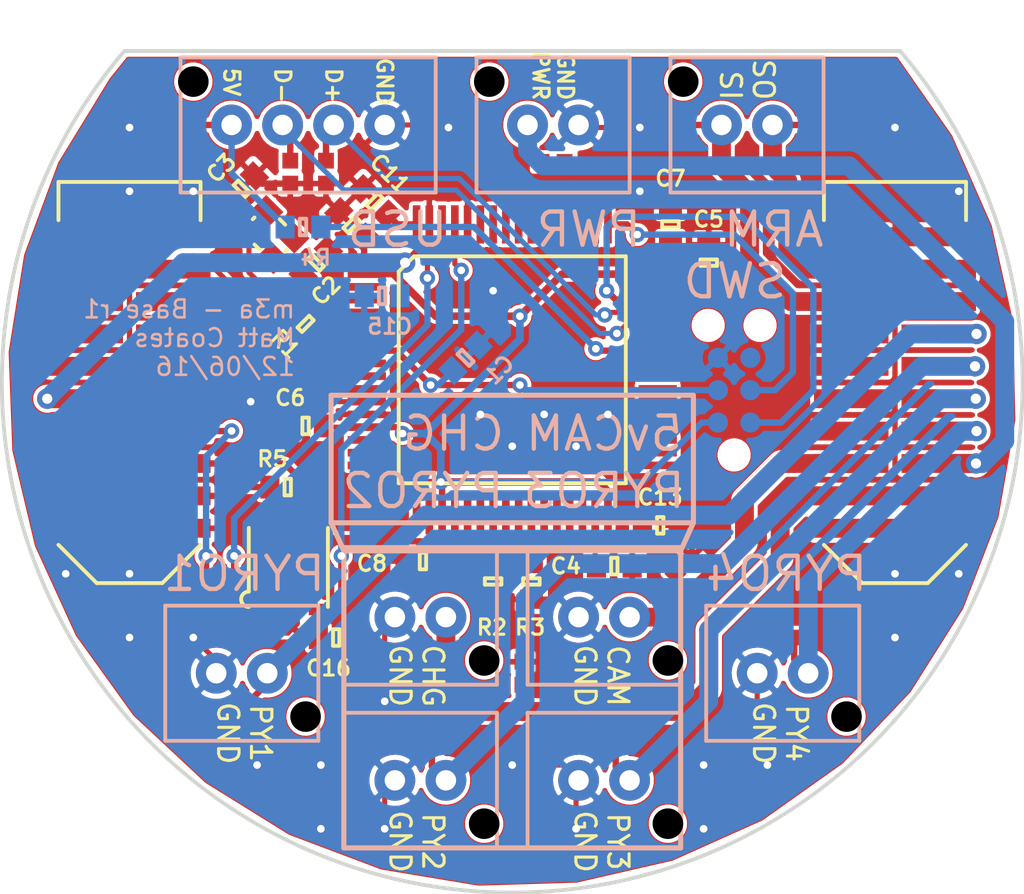
<source format=kicad_pcb>
(kicad_pcb (version 4) (host pcbnew 4.0.2+e4-6225~38~ubuntu14.04.1-stable)
  (layers (0 F.Cu signal) (31 B.Cu signal) (34 B.Paste user hide) (35 F.Paste user hide) (36 B.SilkS user) (37 F.SilkS user) (38 B.Mask user hide) (39 F.Mask user hide) (44 Edge.Cuts user))
  (net 0 "")
  (net 1 GND)
  (net 2 /~RST)
  (net 3 "Net-(C2-Pad2)")
  (net 4 "Net-(C3-Pad2)")
  (net 5 "Net-(C4-Pad2)")
  (net 6 "Net-(C5-Pad2)")
  (net 7 3v3)
  (net 8 "Net-(IC1-Pad2)")
  (net 9 "Net-(IC1-Pad3)")
  (net 10 "Net-(IC1-Pad4)")
  (net 11 "Net-(IC1-Pad6)")
  (net 12 /JTMS)
  (net 13 /JTCK)
  (net 14 /JTDO)
  (net 15 "Net-(IC1-Pad14)")
  (net 16 "Net-(IC1-Pad15)")
  (net 17 "Net-(IC1-Pad16)")
  (net 18 "Net-(IC1-Pad17)")
  (net 19 "Net-(IC1-Pad20)")
  (net 20 "Net-(IC1-Pad21)")
  (net 21 "Net-(IC1-Pad22)")
  (net 22 "Net-(IC1-Pad23)")
  (net 23 "Net-(IC1-Pad24)")
  (net 24 "Net-(IC1-Pad25)")
  (net 25 "Net-(IC1-Pad26)")
  (net 26 "Net-(IC1-Pad27)")
  (net 27 "Net-(IC1-Pad28)")
  (net 28 "Net-(IC1-Pad29)")
  (net 29 "Net-(IC1-Pad30)")
  (net 30 "Net-(IC1-Pad33)")
  (net 31 "Net-(IC1-Pad34)")
  (net 32 "Net-(IC1-Pad35)")
  (net 33 "Net-(IC1-Pad36)")
  (net 34 "Net-(IC1-Pad37)")
  (net 35 "Net-(IC1-Pad38)")
  (net 36 "Net-(IC1-Pad39)")
  (net 37 "Net-(IC1-Pad40)")
  (net 38 "Net-(IC1-Pad41)")
  (net 39 /OTG_HS_VBUS)
  (net 40 "Net-(IC1-Pad43)")
  (net 41 /OTG_HS_DM)
  (net 42 /OTG_HS_DP)
  (net 43 /SWDIO)
  (net 44 /SWCLK)
  (net 45 "Net-(IC1-Pad50)")
  (net 46 "Net-(IC1-Pad51)")
  (net 47 "Net-(IC1-Pad52)")
  (net 48 "Net-(IC1-Pad53)")
  (net 49 "Net-(IC1-Pad54)")
  (net 50 "Net-(IC1-Pad55)")
  (net 51 "Net-(IC1-Pad56)")
  (net 52 "Net-(IC1-Pad57)")
  (net 53 "Net-(IC1-Pad58)")
  (net 54 "Net-(IC1-Pad59)")
  (net 55 /CAN_RXD)
  (net 56 /CAN_TXD)
  (net 57 /CAN-)
  (net 58 /CAN+)
  (net 59 /3v3_IMU)
  (net 60 /3v3_RADIO)
  (net 61 /3v3_FC)
  (net 62 /3v3_PYRO)
  (net 63 /JTDR)
  (net 64 /RSVD1)
  (net 65 /3v3_AUX1)
  (net 66 /3v3_AUX2)
  (net 67 /RSVD2)
  (net 68 /PYRO_SO)
  (net 69 /PYRO_SI)
  (net 70 /5v_RADIO)
  (net 71 /PYRO1)
  (net 72 /5v_IMU)
  (net 73 /PYRO2)
  (net 74 /5v_AUX1)
  (net 75 /PYRO3)
  (net 76 /5v_AUX2)
  (net 77 /PYRO4)
  (net 78 /5v_CAM)
  (net 79 /PWR)
  (net 80 /CHARGE)
  (net 81 "Net-(P1-Pad6)")
  (net 82 /5v_CAN)
  (net 83 "Net-(D7-Pad1)")
  (module agg:B04B-PASK (layer B.Cu) (at 92 89.9 180)
    (fp_text reference J13)
    (fp_text value USB)
    (pad "" np_thru_hole circle (at 4.5 1.7 180) (size 1.2 1.2) (drill 1.2) (layers *.Mask))
    (pad 1 thru_hole circle (at 3 0 180) (size 1.6 1.6) (drill 0.8) (layers *.Cu *.Mask) (net 83 "Net-(D7-Pad1)"))
    (pad 2 thru_hole circle (at 1 0 180) (size 1.6 1.6) (drill 0.8) (layers *.Cu *.Mask) (net 41 /OTG_HS_DM))
    (pad 3 thru_hole circle (at -1 0 180) (size 1.6 1.6) (drill 0.8) (layers *.Cu *.Mask) (net 42 /OTG_HS_DP))
    (pad 4 thru_hole circle (at -3 0 180) (size 1.6 1.6) (drill 0.8) (layers *.Cu *.Mask) (net 1 GND))
  )
  (module agg:LQFP-64 (layer F.Cu) (at 100 99.5)
    (fp_text reference IC1)
    (fp_text value STM32F405RxTx)
    (pad 1 smd rect (at -5.7 -3.75) (size 1.5 0.3) (layers F.Cu F.Paste F.Mask) (net 7 3v3))
    (pad 2 smd rect (at -5.7 -3.25) (size 1.5 0.3) (layers F.Cu F.Paste F.Mask) (net 8 "Net-(IC1-Pad2)"))
    (pad 3 smd rect (at -5.7 -2.75) (size 1.5 0.3) (layers F.Cu F.Paste F.Mask) (net 9 "Net-(IC1-Pad3)"))
    (pad 4 smd rect (at -5.7 -2.25) (size 1.5 0.3) (layers F.Cu F.Paste F.Mask) (net 10 "Net-(IC1-Pad4)"))
    (pad 5 smd rect (at -5.7 -1.75) (size 1.5 0.3) (layers F.Cu F.Paste F.Mask) (net 3 "Net-(C2-Pad2)"))
    (pad 6 smd rect (at -5.7 -1.25) (size 1.5 0.3) (layers F.Cu F.Paste F.Mask) (net 11 "Net-(IC1-Pad6)"))
    (pad 7 smd rect (at -5.7 -0.75) (size 1.5 0.3) (layers F.Cu F.Paste F.Mask) (net 2 /~RST))
    (pad 8 smd rect (at -5.7 -0.25) (size 1.5 0.3) (layers F.Cu F.Paste F.Mask) (net 12 /JTMS))
    (pad 9 smd rect (at -5.7 0.25) (size 1.5 0.3) (layers F.Cu F.Paste F.Mask) (net 13 /JTCK))
    (pad 10 smd rect (at -5.7 0.75) (size 1.5 0.3) (layers F.Cu F.Paste F.Mask) (net 14 /JTDO))
    (pad 11 smd rect (at -5.7 1.25) (size 1.5 0.3) (layers F.Cu F.Paste F.Mask) (net 63 /JTDR))
    (pad 12 smd rect (at -5.7 1.75) (size 1.5 0.3) (layers F.Cu F.Paste F.Mask) (net 1 GND))
    (pad 13 smd rect (at -5.7 2.25) (size 1.5 0.3) (layers F.Cu F.Paste F.Mask) (net 7 3v3))
    (pad 14 smd rect (at -5.7 2.75) (size 1.5 0.3) (layers F.Cu F.Paste F.Mask) (net 15 "Net-(IC1-Pad14)"))
    (pad 15 smd rect (at -5.7 3.25) (size 1.5 0.3) (layers F.Cu F.Paste F.Mask) (net 16 "Net-(IC1-Pad15)"))
    (pad 16 smd rect (at -5.7 3.75) (size 1.5 0.3) (layers F.Cu F.Paste F.Mask) (net 17 "Net-(IC1-Pad16)"))
    (pad 17 smd rect (at -3.75 5.7) (size 0.3 1.5) (layers F.Cu F.Paste F.Mask) (net 18 "Net-(IC1-Pad17)"))
    (pad 18 smd rect (at -3.25 5.7) (size 0.3 1.5) (layers F.Cu F.Paste F.Mask) (net 1 GND))
    (pad 19 smd rect (at -2.75 5.7) (size 0.3 1.5) (layers F.Cu F.Paste F.Mask) (net 7 3v3))
    (pad 20 smd rect (at -2.25 5.7) (size 0.3 1.5) (layers F.Cu F.Paste F.Mask) (net 19 "Net-(IC1-Pad20)"))
    (pad 21 smd rect (at -1.75 5.7) (size 0.3 1.5) (layers F.Cu F.Paste F.Mask) (net 20 "Net-(IC1-Pad21)"))
    (pad 22 smd rect (at -1.25 5.7) (size 0.3 1.5) (layers F.Cu F.Paste F.Mask) (net 21 "Net-(IC1-Pad22)"))
    (pad 23 smd rect (at -0.75 5.7) (size 0.3 1.5) (layers F.Cu F.Paste F.Mask) (net 22 "Net-(IC1-Pad23)"))
    (pad 24 smd rect (at -0.25 5.7) (size 0.3 1.5) (layers F.Cu F.Paste F.Mask) (net 23 "Net-(IC1-Pad24)"))
    (pad 25 smd rect (at 0.25 5.7) (size 0.3 1.5) (layers F.Cu F.Paste F.Mask) (net 24 "Net-(IC1-Pad25)"))
    (pad 26 smd rect (at 0.75 5.7) (size 0.3 1.5) (layers F.Cu F.Paste F.Mask) (net 25 "Net-(IC1-Pad26)"))
    (pad 27 smd rect (at 1.25 5.7) (size 0.3 1.5) (layers F.Cu F.Paste F.Mask) (net 26 "Net-(IC1-Pad27)"))
    (pad 28 smd rect (at 1.75 5.7) (size 0.3 1.5) (layers F.Cu F.Paste F.Mask) (net 27 "Net-(IC1-Pad28)"))
    (pad 29 smd rect (at 2.25 5.7) (size 0.3 1.5) (layers F.Cu F.Paste F.Mask) (net 28 "Net-(IC1-Pad29)"))
    (pad 30 smd rect (at 2.75 5.7) (size 0.3 1.5) (layers F.Cu F.Paste F.Mask) (net 29 "Net-(IC1-Pad30)"))
    (pad 31 smd rect (at 3.25 5.7) (size 0.3 1.5) (layers F.Cu F.Paste F.Mask) (net 5 "Net-(C4-Pad2)"))
    (pad 32 smd rect (at 3.75 5.7) (size 0.3 1.5) (layers F.Cu F.Paste F.Mask) (net 7 3v3))
    (pad 33 smd rect (at 5.7 3.75) (size 1.5 0.3) (layers F.Cu F.Paste F.Mask) (net 30 "Net-(IC1-Pad33)"))
    (pad 34 smd rect (at 5.7 3.25) (size 1.5 0.3) (layers F.Cu F.Paste F.Mask) (net 31 "Net-(IC1-Pad34)"))
    (pad 35 smd rect (at 5.7 2.75) (size 1.5 0.3) (layers F.Cu F.Paste F.Mask) (net 32 "Net-(IC1-Pad35)"))
    (pad 36 smd rect (at 5.7 2.25) (size 1.5 0.3) (layers F.Cu F.Paste F.Mask) (net 33 "Net-(IC1-Pad36)"))
    (pad 37 smd rect (at 5.7 1.75) (size 1.5 0.3) (layers F.Cu F.Paste F.Mask) (net 34 "Net-(IC1-Pad37)"))
    (pad 38 smd rect (at 5.7 1.25) (size 1.5 0.3) (layers F.Cu F.Paste F.Mask) (net 35 "Net-(IC1-Pad38)"))
    (pad 39 smd rect (at 5.7 0.75) (size 1.5 0.3) (layers F.Cu F.Paste F.Mask) (net 36 "Net-(IC1-Pad39)"))
    (pad 40 smd rect (at 5.7 0.25) (size 1.5 0.3) (layers F.Cu F.Paste F.Mask) (net 37 "Net-(IC1-Pad40)"))
    (pad 41 smd rect (at 5.7 -0.25) (size 1.5 0.3) (layers F.Cu F.Paste F.Mask) (net 38 "Net-(IC1-Pad41)"))
    (pad 42 smd rect (at 5.7 -0.75) (size 1.5 0.3) (layers F.Cu F.Paste F.Mask) (net 39 /OTG_HS_VBUS))
    (pad 43 smd rect (at 5.7 -1.25) (size 1.5 0.3) (layers F.Cu F.Paste F.Mask) (net 40 "Net-(IC1-Pad43)"))
    (pad 44 smd rect (at 5.7 -1.75) (size 1.5 0.3) (layers F.Cu F.Paste F.Mask) (net 41 /OTG_HS_DM))
    (pad 45 smd rect (at 5.7 -2.25) (size 1.5 0.3) (layers F.Cu F.Paste F.Mask) (net 42 /OTG_HS_DP))
    (pad 46 smd rect (at 5.7 -2.75) (size 1.5 0.3) (layers F.Cu F.Paste F.Mask) (net 43 /SWDIO))
    (pad 47 smd rect (at 5.7 -3.25) (size 1.5 0.3) (layers F.Cu F.Paste F.Mask) (net 6 "Net-(C5-Pad2)"))
    (pad 48 smd rect (at 5.7 -3.75) (size 1.5 0.3) (layers F.Cu F.Paste F.Mask) (net 7 3v3))
    (pad 49 smd rect (at 3.75 -5.7) (size 0.3 1.5) (layers F.Cu F.Paste F.Mask) (net 44 /SWCLK))
    (pad 50 smd rect (at 3.25 -5.7) (size 0.3 1.5) (layers F.Cu F.Paste F.Mask) (net 45 "Net-(IC1-Pad50)"))
    (pad 51 smd rect (at 2.75 -5.7) (size 0.3 1.5) (layers F.Cu F.Paste F.Mask) (net 46 "Net-(IC1-Pad51)"))
    (pad 52 smd rect (at 2.25 -5.7) (size 0.3 1.5) (layers F.Cu F.Paste F.Mask) (net 47 "Net-(IC1-Pad52)"))
    (pad 53 smd rect (at 1.75 -5.7) (size 0.3 1.5) (layers F.Cu F.Paste F.Mask) (net 48 "Net-(IC1-Pad53)"))
    (pad 54 smd rect (at 1.25 -5.7) (size 0.3 1.5) (layers F.Cu F.Paste F.Mask) (net 49 "Net-(IC1-Pad54)"))
    (pad 55 smd rect (at 0.75 -5.7) (size 0.3 1.5) (layers F.Cu F.Paste F.Mask) (net 50 "Net-(IC1-Pad55)"))
    (pad 56 smd rect (at 0.25 -5.7) (size 0.3 1.5) (layers F.Cu F.Paste F.Mask) (net 51 "Net-(IC1-Pad56)"))
    (pad 57 smd rect (at -0.25 -5.7) (size 0.3 1.5) (layers F.Cu F.Paste F.Mask) (net 52 "Net-(IC1-Pad57)"))
    (pad 58 smd rect (at -0.75 -5.7) (size 0.3 1.5) (layers F.Cu F.Paste F.Mask) (net 53 "Net-(IC1-Pad58)"))
    (pad 59 smd rect (at -1.25 -5.7) (size 0.3 1.5) (layers F.Cu F.Paste F.Mask) (net 54 "Net-(IC1-Pad59)"))
    (pad 60 smd rect (at -1.75 -5.7) (size 0.3 1.5) (layers F.Cu F.Paste F.Mask) (net 1 GND))
    (pad 61 smd rect (at -2.25 -5.7) (size 0.3 1.5) (layers F.Cu F.Paste F.Mask) (net 55 /CAN_RXD))
    (pad 62 smd rect (at -2.75 -5.7) (size 0.3 1.5) (layers F.Cu F.Paste F.Mask) (net 56 /CAN_TXD))
    (pad 63 smd rect (at -3.25 -5.7) (size 0.3 1.5) (layers F.Cu F.Paste F.Mask) (net 1 GND))
    (pad 64 smd rect (at -3.75 -5.7) (size 0.3 1.5) (layers F.Cu F.Paste F.Mask) (net 7 3v3))
  )
  (module agg:0603-L (layer F.Cu) (at 91.2 104.1 180)
    (fp_text reference R5)
    (fp_text value 120R)
    (pad 1 smd rect (at -0.7 0 180) (size 0.75 0.9) (layers F.Cu F.Paste F.Mask) (net 57 /CAN-))
    (pad 2 smd rect (at 0.7 0 180) (size 0.75 0.9) (layers F.Cu F.Paste F.Mask) (net 58 /CAN+))
  )
  (module agg:DFN-8-EP-MICROCHIP (layer F.Cu) (at 91.225 107.25 90)
    (fp_text reference IC2)
    (fp_text value MCP2562)
    (pad 1 smd rect (at -1.55 -0.975 90) (size 0.65 0.35) (layers F.Cu F.Paste F.Mask) (net 56 /CAN_TXD))
    (pad 2 smd rect (at -1.55 -0.325 90) (size 0.65 0.35) (layers F.Cu F.Paste F.Mask) (net 1 GND))
    (pad 3 smd rect (at -1.55 0.325 90) (size 0.65 0.35) (layers F.Cu F.Paste F.Mask) (net 82 /5v_CAN))
    (pad 4 smd rect (at -1.55 0.975 90) (size 0.65 0.35) (layers F.Cu F.Paste F.Mask) (net 55 /CAN_RXD))
    (pad 5 smd rect (at 1.55 0.975 90) (size 0.65 0.35) (layers F.Cu F.Paste F.Mask) (net 7 3v3))
    (pad 6 smd rect (at 1.55 0.325 90) (size 0.65 0.35) (layers F.Cu F.Paste F.Mask) (net 57 /CAN-))
    (pad 7 smd rect (at 1.55 -0.325 90) (size 0.65 0.35) (layers F.Cu F.Paste F.Mask) (net 58 /CAN+))
    (pad 8 smd rect (at 1.55 -0.975 90) (size 0.65 0.35) (layers F.Cu F.Paste F.Mask) (net 1 GND))
    (pad EP smd rect (at 0 -0.6 90) (size 0.8 0.8) (layers F.Cu F.Mask) (net 1 GND))
    (pad EP smd rect (at 0 0.6 90) (size 0.8 0.8) (layers F.Cu F.Mask) (net 1 GND))
    (pad EP smd rect (at 0 -0.6 90) (size 0.8 0.8) (layers F.Cu F.Paste) (net 1 GND))
    (pad EP smd rect (at 0 0.6 90) (size 0.8 0.8) (layers F.Cu F.Paste) (net 1 GND))
    (pad EP smd rect (at 0 0 90) (size 1.55 2.4) (layers F.Cu) (net 1 GND))
  )
  (module agg:TFML-110-02-L-D (layer F.Cu) (at 85 100 270)
    (fp_text reference J1)
    (fp_text value "WEST TOP")
    (pad 1 smd rect (at -5.715 1.715 270) (size 0.74 2.92) (layers F.Cu F.Paste F.Mask) (net 1 GND))
    (pad 2 smd rect (at -5.715 -1.715 270) (size 0.74 2.92) (layers F.Cu F.Paste F.Mask) (net 1 GND))
    (pad 3 smd rect (at -4.445 1.715 270) (size 0.74 2.92) (layers F.Cu F.Paste F.Mask) (net 59 /3v3_IMU))
    (pad 4 smd rect (at -4.445 -1.715 270) (size 0.74 2.92) (layers F.Cu F.Paste F.Mask) (net 12 /JTMS))
    (pad 5 smd rect (at -3.175 1.715 270) (size 0.74 2.92) (layers F.Cu F.Paste F.Mask) (net 60 /3v3_RADIO))
    (pad 6 smd rect (at -3.175 -1.715 270) (size 0.74 2.92) (layers F.Cu F.Paste F.Mask) (net 13 /JTCK))
    (pad 7 smd rect (at -1.905 1.715 270) (size 0.74 2.92) (layers F.Cu F.Paste F.Mask) (net 61 /3v3_FC))
    (pad 8 smd rect (at -1.905 -1.715 270) (size 0.74 2.92) (layers F.Cu F.Paste F.Mask) (net 14 /JTDO))
    (pad 9 smd rect (at -0.635 1.715 270) (size 0.74 2.92) (layers F.Cu F.Paste F.Mask) (net 62 /3v3_PYRO))
    (pad 10 smd rect (at -0.635 -1.715 270) (size 0.74 2.92) (layers F.Cu F.Paste F.Mask) (net 63 /JTDR))
    (pad 11 smd rect (at 0.635 1.715 270) (size 0.74 2.92) (layers F.Cu F.Paste F.Mask) (net 7 3v3))
    (pad 12 smd rect (at 0.635 -1.715 270) (size 0.74 2.92) (layers F.Cu F.Paste F.Mask) (net 64 /RSVD1))
    (pad 13 smd rect (at 1.905 1.715 270) (size 0.74 2.92) (layers F.Cu F.Paste F.Mask) (net 65 /3v3_AUX1))
    (pad 14 smd rect (at 1.905 -1.715 270) (size 0.74 2.92) (layers F.Cu F.Paste F.Mask) (net 82 /5v_CAN))
    (pad 15 smd rect (at 3.175 1.715 270) (size 0.74 2.92) (layers F.Cu F.Paste F.Mask) (net 66 /3v3_AUX2))
    (pad 16 smd rect (at 3.175 -1.715 270) (size 0.74 2.92) (layers F.Cu F.Paste F.Mask) (net 57 /CAN-))
    (pad 17 smd rect (at 4.445 1.715 270) (size 0.74 2.92) (layers F.Cu F.Paste F.Mask) (net 67 /RSVD2))
    (pad 18 smd rect (at 4.445 -1.715 270) (size 0.74 2.92) (layers F.Cu F.Paste F.Mask) (net 58 /CAN+))
    (pad 19 smd rect (at 5.715 1.715 270) (size 0.74 2.92) (layers F.Cu F.Paste F.Mask) (net 1 GND))
    (pad 20 smd rect (at 5.715 -1.715 270) (size 0.74 2.92) (layers F.Cu F.Paste F.Mask) (net 1 GND))
  )
  (module agg:TFML-110-02-L-D (layer F.Cu) (at 115 100 270)
    (fp_text reference J2)
    (fp_text value "EAST TOP")
    (pad 1 smd rect (at -5.715 1.715 270) (size 0.74 2.92) (layers F.Cu F.Paste F.Mask) (net 1 GND))
    (pad 2 smd rect (at -5.715 -1.715 270) (size 0.74 2.92) (layers F.Cu F.Paste F.Mask) (net 1 GND))
    (pad 3 smd rect (at -4.445 1.715 270) (size 0.74 2.92) (layers F.Cu F.Paste F.Mask) (net 68 /PYRO_SO))
    (pad 4 smd rect (at -4.445 -1.715 270) (size 0.74 2.92) (layers F.Cu F.Paste F.Mask) (net 68 /PYRO_SO))
    (pad 5 smd rect (at -3.175 1.715 270) (size 0.74 2.92) (layers F.Cu F.Paste F.Mask) (net 69 /PYRO_SI))
    (pad 6 smd rect (at -3.175 -1.715 270) (size 0.74 2.92) (layers F.Cu F.Paste F.Mask) (net 69 /PYRO_SI))
    (pad 7 smd rect (at -1.905 1.715 270) (size 0.74 2.92) (layers F.Cu F.Paste F.Mask) (net 70 /5v_RADIO))
    (pad 8 smd rect (at -1.905 -1.715 270) (size 0.74 2.92) (layers F.Cu F.Paste F.Mask) (net 71 /PYRO1))
    (pad 9 smd rect (at -0.635 1.715 270) (size 0.74 2.92) (layers F.Cu F.Paste F.Mask) (net 72 /5v_IMU))
    (pad 10 smd rect (at -0.635 -1.715 270) (size 0.74 2.92) (layers F.Cu F.Paste F.Mask) (net 73 /PYRO2))
    (pad 11 smd rect (at 0.635 1.715 270) (size 0.74 2.92) (layers F.Cu F.Paste F.Mask) (net 74 /5v_AUX1))
    (pad 12 smd rect (at 0.635 -1.715 270) (size 0.74 2.92) (layers F.Cu F.Paste F.Mask) (net 75 /PYRO3))
    (pad 13 smd rect (at 1.905 1.715 270) (size 0.74 2.92) (layers F.Cu F.Paste F.Mask) (net 76 /5v_AUX2))
    (pad 14 smd rect (at 1.905 -1.715 270) (size 0.74 2.92) (layers F.Cu F.Paste F.Mask) (net 77 /PYRO4))
    (pad 15 smd rect (at 3.175 1.715 270) (size 0.74 2.92) (layers F.Cu F.Paste F.Mask) (net 78 /5v_CAM))
    (pad 16 smd rect (at 3.175 -1.715 270) (size 0.74 2.92) (layers F.Cu F.Paste F.Mask) (net 79 /PWR))
    (pad 17 smd rect (at 4.445 1.715 270) (size 0.74 2.92) (layers F.Cu F.Paste F.Mask) (net 80 /CHARGE))
    (pad 18 smd rect (at 4.445 -1.715 270) (size 0.74 2.92) (layers F.Cu F.Paste F.Mask) (net 80 /CHARGE))
    (pad 19 smd rect (at 5.715 1.715 270) (size 0.74 2.92) (layers F.Cu F.Paste F.Mask) (net 1 GND))
    (pad 20 smd rect (at 5.715 -1.715 270) (size 0.74 2.92) (layers F.Cu F.Paste F.Mask) (net 1 GND))
  )
  (module agg:B02B-PASK (layer B.Cu) (at 89.4 111.4)
    (fp_text reference J5)
    (fp_text value PYRO1)
    (pad "" np_thru_hole circle (at 2.5 1.7) (size 1.2 1.2) (drill 1.2) (layers *.Mask))
    (pad 1 thru_hole circle (at 1 0) (size 1.6 1.6) (drill 0.8) (layers *.Cu *.Mask) (net 71 /PYRO1))
    (pad 2 thru_hole circle (at -1 0) (size 1.6 1.6) (drill 0.8) (layers *.Cu *.Mask) (net 1 GND))
  )
  (module agg:B02B-PASK (layer B.Cu) (at 103.6 115.6)
    (fp_text reference J6)
    (fp_text value PYRO3)
    (pad "" np_thru_hole circle (at 2.5 1.7) (size 1.2 1.2) (drill 1.2) (layers *.Mask))
    (pad 1 thru_hole circle (at 1 0) (size 1.6 1.6) (drill 0.8) (layers *.Cu *.Mask) (net 75 /PYRO3))
    (pad 2 thru_hole circle (at -1 0) (size 1.6 1.6) (drill 0.8) (layers *.Cu *.Mask) (net 1 GND))
  )
  (module agg:B02B-PASK (layer B.Cu) (at 109.2 89.9 180)
    (fp_text reference J7)
    (fp_text value ARM)
    (pad "" np_thru_hole circle (at 2.5 1.7 180) (size 1.2 1.2) (drill 1.2) (layers *.Mask))
    (pad 1 thru_hole circle (at 1 0 180) (size 1.6 1.6) (drill 0.8) (layers *.Cu *.Mask) (net 69 /PYRO_SI))
    (pad 2 thru_hole circle (at -1 0 180) (size 1.6 1.6) (drill 0.8) (layers *.Cu *.Mask) (net 68 /PYRO_SO))
  )
  (module agg:B02B-PASK (layer B.Cu) (at 96.4 115.6)
    (fp_text reference J8)
    (fp_text value PYRO2)
    (pad "" np_thru_hole circle (at 2.5 1.7) (size 1.2 1.2) (drill 1.2) (layers *.Mask))
    (pad 1 thru_hole circle (at 1 0) (size 1.6 1.6) (drill 0.8) (layers *.Cu *.Mask) (net 73 /PYRO2))
    (pad 2 thru_hole circle (at -1 0) (size 1.6 1.6) (drill 0.8) (layers *.Cu *.Mask) (net 1 GND))
  )
  (module agg:B02B-PASK (layer B.Cu) (at 110.6 111.4)
    (fp_text reference J9)
    (fp_text value PYRO4)
    (pad "" np_thru_hole circle (at 2.5 1.7) (size 1.2 1.2) (drill 1.2) (layers *.Mask))
    (pad 1 thru_hole circle (at 1 0) (size 1.6 1.6) (drill 0.8) (layers *.Cu *.Mask) (net 77 /PYRO4))
    (pad 2 thru_hole circle (at -1 0) (size 1.6 1.6) (drill 0.8) (layers *.Cu *.Mask) (net 1 GND))
  )
  (module agg:B02B-PASK (layer B.Cu) (at 101.6 89.9 180)
    (fp_text reference J10)
    (fp_text value PWR)
    (pad "" np_thru_hole circle (at 2.5 1.7 180) (size 1.2 1.2) (drill 1.2) (layers *.Mask))
    (pad 1 thru_hole circle (at 1 0 180) (size 1.6 1.6) (drill 0.8) (layers *.Cu *.Mask) (net 79 /PWR))
    (pad 2 thru_hole circle (at -1 0 180) (size 1.6 1.6) (drill 0.8) (layers *.Cu *.Mask) (net 1 GND))
  )
  (module agg:B02B-PASK (layer B.Cu) (at 96.4 109.2)
    (fp_text reference J11)
    (fp_text value CHG)
    (pad "" np_thru_hole circle (at 2.5 1.7) (size 1.2 1.2) (drill 1.2) (layers *.Mask))
    (pad 1 thru_hole circle (at 1 0) (size 1.6 1.6) (drill 0.8) (layers *.Cu *.Mask) (net 80 /CHARGE))
    (pad 2 thru_hole circle (at -1 0) (size 1.6 1.6) (drill 0.8) (layers *.Cu *.Mask) (net 1 GND))
  )
  (module agg:B02B-PASK (layer B.Cu) (at 103.6 109.2)
    (fp_text reference J12)
    (fp_text value CAM)
    (pad "" np_thru_hole circle (at 2.5 1.7) (size 1.2 1.2) (drill 1.2) (layers *.Mask))
    (pad 1 thru_hole circle (at 1 0) (size 1.6 1.6) (drill 0.8) (layers *.Cu *.Mask) (net 78 /5v_CAM))
    (pad 2 thru_hole circle (at -1 0) (size 1.6 1.6) (drill 0.8) (layers *.Cu *.Mask) (net 1 GND))
  )
  (module agg:TC2030-NL (layer B.Cu) (at 108.7 100.3 90)
    (fp_text reference P1)
    (fp_text value SWD_TC)
    (pad 1 smd circle (at -1.27 -0.64 90) (size 0.787 0.787) (layers B.Cu B.Mask) (net 7 3v3))
    (pad 2 smd circle (at -1.27 0.63 90) (size 0.787 0.787) (layers B.Cu B.Mask) (net 43 /SWDIO))
    (pad 3 smd circle (at 0 -0.64 90) (size 0.787 0.787) (layers B.Cu B.Mask) (net 2 /~RST))
    (pad 4 smd circle (at 0 0.63 90) (size 0.787 0.787) (layers B.Cu B.Mask) (net 44 /SWCLK))
    (pad 5 smd circle (at 1.27 -0.64 90) (size 0.787 0.787) (layers B.Cu B.Mask) (net 1 GND))
    (pad 6 smd circle (at 1.27 0.63 90) (size 0.787 0.787) (layers B.Cu B.Mask) (net 81 "Net-(P1-Pad6)"))
    (pad "" np_thru_hole circle (at -2.54 -0.005 90) (size 1 1) (drill 1) (layers *.Cu *.Mask B.SilkS))
    (pad "" np_thru_hole circle (at 2.54 -1.021 90) (size 1 1) (drill 1) (layers *.Cu *.Mask B.SilkS))
    (pad "" np_thru_hole circle (at 2.54 1.011 90) (size 1 1) (drill 1) (layers *.Cu *.Mask B.SilkS))
  )
  (module agg:XTAL-20x16 (layer F.Cu) (at 90.5 94.2 45)
    (fp_text reference Y1)
    (fp_text value 26MHz)
    (pad 1 smd rect (at -0.575 -0.725 315) (size 0.95 0.85) (layers F.Cu F.Paste F.Mask) (net 4 "Net-(C3-Pad2)"))
    (pad 2 smd rect (at -0.575 0.725 315) (size 0.95 0.85) (layers F.Cu F.Paste F.Mask) (net 3 "Net-(C2-Pad2)"))
    (pad 3 smd rect (at 0.575 0.725 315) (size 0.95 0.85) (layers F.Cu F.Paste F.Mask))
    (pad 4 smd rect (at 0.575 -0.725 315) (size 0.95 0.85) (layers F.Cu F.Paste F.Mask))
  )
  (module agg:0603-L (layer B.Cu) (at 94.9 96.6 180)
    (fp_text reference C15)
    (fp_text value 4u7)
    (pad 1 smd rect (at -0.7 0 180) (size 0.75 0.9) (layers B.Cu B.Paste B.Mask) (net 7 3v3))
    (pad 2 smd rect (at 0.7 0 180) (size 0.75 0.9) (layers B.Cu B.Paste B.Mask) (net 1 GND))
  )
  (module agg:0603-L (layer F.Cu) (at 105.8 105.6)
    (fp_text reference C13)
    (fp_text value 100n)
    (pad 1 smd rect (at -0.7 0) (size 0.75 0.9) (layers F.Cu F.Paste F.Mask) (net 7 3v3))
    (pad 2 smd rect (at 0.7 0) (size 0.75 0.9) (layers F.Cu F.Paste F.Mask) (net 1 GND))
  )
  (module agg:0603-L (layer F.Cu) (at 93.7 93.8 135)
    (fp_text reference C12)
    (fp_text value 100n)
    (pad 1 smd rect (at -0.7 0 135) (size 0.75 0.9) (layers F.Cu F.Paste F.Mask) (net 7 3v3))
    (pad 2 smd rect (at 0.7 0 135) (size 0.75 0.9) (layers F.Cu F.Paste F.Mask) (net 1 GND))
  )
  (module agg:0603-L (layer F.Cu) (at 94.6 92.9 135)
    (fp_text reference C11)
    (fp_text value 100n)
    (pad 1 smd rect (at -0.7 0 135) (size 0.75 0.9) (layers F.Cu F.Paste F.Mask) (net 7 3v3))
    (pad 2 smd rect (at 0.7 0 135) (size 0.75 0.9) (layers F.Cu F.Paste F.Mask) (net 1 GND))
  )
  (module agg:0603-L (layer F.Cu) (at 96.5 107 180)
    (fp_text reference C8)
    (fp_text value 100n)
    (pad 1 smd rect (at -0.7 0 180) (size 0.75 0.9) (layers F.Cu F.Paste F.Mask) (net 7 3v3))
    (pad 2 smd rect (at 0.7 0 180) (size 0.75 0.9) (layers F.Cu F.Paste F.Mask) (net 1 GND))
  )
  (module agg:0603-L (layer F.Cu) (at 106.2 93.8 90)
    (fp_text reference C7)
    (fp_text value 100n)
    (pad 1 smd rect (at -0.7 0 90) (size 0.75 0.9) (layers F.Cu F.Paste F.Mask) (net 7 3v3))
    (pad 2 smd rect (at 0.7 0 90) (size 0.75 0.9) (layers F.Cu F.Paste F.Mask) (net 1 GND))
  )
  (module agg:0603-L (layer F.Cu) (at 91.9 101.7 180)
    (fp_text reference C6)
    (fp_text value 1u)
    (pad 1 smd rect (at -0.7 0 180) (size 0.75 0.9) (layers F.Cu F.Paste F.Mask) (net 7 3v3))
    (pad 2 smd rect (at 0.7 0 180) (size 0.75 0.9) (layers F.Cu F.Paste F.Mask) (net 1 GND))
  )
  (module agg:0603-L (layer F.Cu) (at 107.7 95.3 270)
    (fp_text reference C5)
    (fp_text value 2u2)
    (pad 1 smd rect (at -0.7 0 270) (size 0.75 0.9) (layers F.Cu F.Paste F.Mask) (net 1 GND))
    (pad 2 smd rect (at 0.7 0 270) (size 0.75 0.9) (layers F.Cu F.Paste F.Mask) (net 6 "Net-(C5-Pad2)"))
  )
  (module agg:0603-L (layer F.Cu) (at 104 107.2 180)
    (fp_text reference C4)
    (fp_text value 2u2)
    (pad 1 smd rect (at -0.7 0 180) (size 0.75 0.9) (layers F.Cu F.Paste F.Mask) (net 1 GND))
    (pad 2 smd rect (at 0.7 0 180) (size 0.75 0.9) (layers F.Cu F.Paste F.Mask) (net 5 "Net-(C4-Pad2)"))
  )
  (module agg:0603-L (layer B.Cu) (at 98.16967 99.03033 225)
    (fp_text reference C1)
    (fp_text value 100n)
    (pad 1 smd rect (at -0.7 0 225) (size 0.75 0.9) (layers B.Cu B.Paste B.Mask) (net 1 GND))
    (pad 2 smd rect (at 0.7 0 225) (size 0.75 0.9) (layers B.Cu B.Paste B.Mask) (net 2 /~RST))
  )
  (module agg:0603-L (layer F.Cu) (at 93.1 110)
    (fp_text reference C16)
    (fp_text value 100n)
    (pad 1 smd rect (at -0.7 0) (size 0.75 0.9) (layers F.Cu F.Paste F.Mask) (net 82 /5v_CAN))
    (pad 2 smd rect (at 0.7 0) (size 0.75 0.9) (layers F.Cu F.Paste F.Mask) (net 1 GND))
  )
  (module agg:0603-L (layer F.Cu) (at 89.4 92.4 225)
    (fp_text reference C3)
    (fp_text value 10p)
    (pad 1 smd rect (at -0.7 0 225) (size 0.75 0.9) (layers F.Cu F.Paste F.Mask) (net 1 GND))
    (pad 2 smd rect (at 0.7 0 225) (size 0.75 0.9) (layers F.Cu F.Paste F.Mask) (net 4 "Net-(C3-Pad2)"))
  )
  (module agg:0603-L (layer F.Cu) (at 92.3 95.3 225)
    (fp_text reference C2)
    (fp_text value 10p)
    (pad 1 smd rect (at -0.7 0 225) (size 0.75 0.9) (layers F.Cu F.Paste F.Mask) (net 1 GND))
    (pad 2 smd rect (at 0.7 0 225) (size 0.75 0.9) (layers F.Cu F.Paste F.Mask) (net 3 "Net-(C2-Pad2)"))
  )
  (module agg:0603-L (layer F.Cu) (at 100.75 107.8 90)
    (fp_text reference R3)
    (fp_text value 10K)
    (pad 1 smd rect (at -0.7 0 90) (size 0.75 0.9) (layers F.Cu F.Paste F.Mask) (net 1 GND))
    (pad 2 smd rect (at 0.7 0 90) (size 0.75 0.9) (layers F.Cu F.Paste F.Mask) (net 25 "Net-(IC1-Pad26)"))
  )
  (module agg:0603-L (layer F.Cu) (at 99.25 107.8 90)
    (fp_text reference R2)
    (fp_text value 4K7)
    (pad 1 smd rect (at -0.7 0 90) (size 0.75 0.9) (layers F.Cu F.Paste F.Mask) (net 25 "Net-(IC1-Pad26)"))
    (pad 2 smd rect (at 0.7 0 90) (size 0.75 0.9) (layers F.Cu F.Paste F.Mask) (net 7 3v3))
  )
  (module agg:0603-L (layer B.Cu) (at 91.8 93.9)
    (fp_text reference R4)
    (fp_text value 1K)
    (pad 1 smd rect (at -0.7 0) (size 0.75 0.9) (layers B.Cu B.Paste B.Mask) (net 83 "Net-(D7-Pad1)"))
    (pad 2 smd rect (at 0.7 0) (size 0.75 0.9) (layers B.Cu B.Paste B.Mask) (net 39 /OTG_HS_VBUS))
  )
  (module agg:0603-L (layer F.Cu) (at 91.9 97.7 315)
    (fp_text reference R1)
    (fp_text value 100R)
    (pad 1 smd rect (at -0.7 0 315) (size 0.75 0.9) (layers F.Cu F.Paste F.Mask) (net 4 "Net-(C3-Pad2)"))
    (pad 2 smd rect (at 0.7 0 315) (size 0.75 0.9) (layers F.Cu F.Paste F.Mask) (net 11 "Net-(IC1-Pad6)"))
  )
  (module agg:0402 (layer F.Cu) (at 86.8 111.4 90)
    (fp_text reference D1)
    (fp_text value ESD_DIODE)
    (pad 1 smd rect (at -0.45 0 90) (size 0.62 0.62) (layers F.Cu F.Paste F.Mask) (net 71 /PYRO1))
    (pad 2 smd rect (at 0.45 0 90) (size 0.62 0.62) (layers F.Cu F.Paste F.Mask) (net 1 GND))
  )
  (module agg:0402 (layer F.Cu) (at 96.4 114.2 180)
    (fp_text reference D2)
    (fp_text value ESD_DIODE)
    (pad 1 smd rect (at -0.45 0 180) (size 0.62 0.62) (layers F.Cu F.Paste F.Mask) (net 73 /PYRO2))
    (pad 2 smd rect (at 0.45 0 180) (size 0.62 0.62) (layers F.Cu F.Paste F.Mask) (net 1 GND))
  )
  (module agg:0402 (layer F.Cu) (at 103.605 114.2 180)
    (fp_text reference D3)
    (fp_text value ESD_DIODE)
    (pad 1 smd rect (at -0.45 0 180) (size 0.62 0.62) (layers F.Cu F.Paste F.Mask) (net 75 /PYRO3))
    (pad 2 smd rect (at 0.45 0 180) (size 0.62 0.62) (layers F.Cu F.Paste F.Mask) (net 1 GND))
  )
  (module agg:0402 (layer F.Cu) (at 110.6 110 180)
    (fp_text reference D4)
    (fp_text value ESD_DIODE)
    (pad 1 smd rect (at -0.45 0 180) (size 0.62 0.62) (layers F.Cu F.Paste F.Mask) (net 77 /PYRO4))
    (pad 2 smd rect (at 0.45 0 180) (size 0.62 0.62) (layers F.Cu F.Paste F.Mask) (net 1 GND))
  )
  (module agg:0402 (layer F.Cu) (at 92.7 91.75 270)
    (fp_text reference D5)
    (fp_text value ESD_DIODE)
    (pad 1 smd rect (at -0.45 0 270) (size 0.62 0.62) (layers F.Cu F.Paste F.Mask) (net 42 /OTG_HS_DP))
    (pad 2 smd rect (at 0.45 0 270) (size 0.62 0.62) (layers F.Cu F.Paste F.Mask) (net 1 GND))
  )
  (module agg:0402 (layer F.Cu) (at 91.3 91.75 270)
    (fp_text reference D6)
    (fp_text value ESD_DIODE)
    (pad 1 smd rect (at -0.45 0 270) (size 0.62 0.62) (layers F.Cu F.Paste F.Mask) (net 41 /OTG_HS_DM))
    (pad 2 smd rect (at 0.45 0 270) (size 0.62 0.62) (layers F.Cu F.Paste F.Mask) (net 1 GND))
  )
  (module agg:0402 (layer F.Cu) (at 86.95 89.9 180)
    (fp_text reference D7)
    (fp_text value ESD_DIODE)
    (pad 1 smd rect (at -0.45 0 180) (size 0.62 0.62) (layers F.Cu F.Paste F.Mask) (net 83 "Net-(D7-Pad1)"))
    (pad 2 smd rect (at 0.45 0 180) (size 0.62 0.62) (layers F.Cu F.Paste F.Mask) (net 1 GND))
  )
  (module agg:0402 (layer F.Cu) (at 101.6 91.35)
    (fp_text reference D8)
    (fp_text value ESD_DIODE)
    (pad 1 smd rect (at -0.45 0) (size 0.62 0.62) (layers F.Cu F.Paste F.Mask) (net 79 /PWR))
    (pad 2 smd rect (at 0.45 0) (size 0.62 0.62) (layers F.Cu F.Paste F.Mask) (net 1 GND))
  )
  (module agg:0402 (layer F.Cu) (at 106.718198 107.181802 45)
    (fp_text reference D9)
    (fp_text value ESD_DIODE)
    (pad 1 smd rect (at -0.45 0 45) (size 0.62 0.62) (layers F.Cu F.Paste F.Mask) (net 78 /5v_CAM))
    (pad 2 smd rect (at 0.45 0 45) (size 0.62 0.62) (layers F.Cu F.Paste F.Mask) (net 1 GND))
  )
  (module agg:0402 (layer F.Cu) (at 100.4 111.4 90)
    (fp_text reference D10)
    (fp_text value ESD_DIODE)
    (pad 1 smd rect (at -0.45 0 90) (size 0.62 0.62) (layers F.Cu F.Paste F.Mask) (net 80 /CHARGE))
    (pad 2 smd rect (at 0.45 0 90) (size 0.62 0.62) (layers F.Cu F.Paste F.Mask) (net 1 GND))
  )
  (module agg:0402 (layer F.Cu) (at 112.15 89.9)
    (fp_text reference D11)
    (fp_text value ESD_DIODE)
    (pad 1 smd rect (at -0.45 0) (size 0.62 0.62) (layers F.Cu F.Paste F.Mask) (net 68 /PYRO_SO))
    (pad 2 smd rect (at 0.45 0) (size 0.62 0.62) (layers F.Cu F.Paste F.Mask) (net 1 GND))
  )
  (module agg:0402 (layer F.Cu) (at 106.3 89.9 180)
    (fp_text reference D12)
    (fp_text value ESD_DIODE)
    (pad 1 smd rect (at -0.45 0 180) (size 0.62 0.62) (layers F.Cu F.Paste F.Mask) (net 69 /PYRO_SI))
    (pad 2 smd rect (at 0.45 0 180) (size 0.62 0.62) (layers F.Cu F.Paste F.Mask) (net 1 GND))
  )
  (gr_line (start 106.6 118.25) (end 106.6 106.55) (layer B.SilkS) (width 0.2))
  (gr_line (start 93.4 118.25) (end 106.6 118.25) (layer B.SilkS) (width 0.2))
  (gr_line (start 93.4 106.5) (end 93.4 118.25) (layer B.SilkS) (width 0.2))
  (gr_line (start 106.125 106.475) (end 106.625 106.475) (layer B.SilkS) (width 0.2))
  (gr_line (start 102.65 106.475) (end 106.125 106.475) (layer B.SilkS) (width 0.2))
  (gr_line (start 93.4 106.475) (end 102.65 106.475) (layer B.SilkS) (width 0.2))
  (gr_text "m3a - Base r1\nMatt Coates\n12/06/16" (at 91.55 98.25) (layer B.SilkS) (effects (font (size 0.7 0.7) (thickness 0.1)) (justify left mirror)))
  (gr_text SWD (at 108.725 96.025) (layer B.SilkS) (effects (font (size 1.3 1.3) (thickness 0.17)) (justify mirror)))
  (gr_line (start 107.1 100.5) (end 92.9 100.5) (layer B.SilkS) (width 0.2))
  (gr_line (start 106.6 106.6) (end 107.1 105.5) (layer B.SilkS) (width 0.2))
  (gr_line (start 93.4 106.6) (end 106.6 106.6) (layer B.SilkS) (width 0.2))
  (gr_line (start 92.9 105.5) (end 93.4 106.6) (layer B.SilkS) (width 0.2))
  (gr_line (start 107.1 105.5) (end 92.9 105.5) (layer B.SilkS) (width 0.2))
  (gr_line (start 107.1 100.5) (end 107.1 105.5) (layer B.SilkS) (width 0.2))
  (gr_line (start 92.9 105.5) (end 92.9 100.5) (layer B.SilkS) (width 0.2))
  (gr_text GND (at 95 87.2 270) (layer F.SilkS) (effects (font (size 0.6 0.6) (thickness 0.12)) (justify left)))
  (gr_text D+ (at 93 87.6 270) (layer F.SilkS) (effects (font (size 0.6 0.6) (thickness 0.12)) (justify left)))
  (gr_text D- (at 91 87.6 270) (layer F.SilkS) (effects (font (size 0.6 0.6) (thickness 0.12)) (justify left)))
  (gr_text 5V (at 89 87.6 270) (layer F.SilkS) (effects (font (size 0.6 0.6) (thickness 0.12)) (justify left)))
  (gr_text "GND\nPWR" (at 101.6 89 270) (layer F.SilkS) (effects (font (size 0.6 0.6) (thickness 0.12)) (justify right)))
  (gr_text "SO\nSI" (at 109.2 89 270) (layer F.SilkS) (effects (font (size 0.8 0.8) (thickness 0.12)) (justify right)))
  (gr_text "CHG\nGND" (at 96.25 111.5 270) (layer F.SilkS) (effects (font (size 0.8 0.8) (thickness 0.12))))
  (gr_text "CAM\nGND" (at 103.5 111.5 270) (layer F.SilkS) (effects (font (size 0.8 0.8) (thickness 0.12))))
  (gr_text "PY4\nGND" (at 110.5 113.75 270) (layer F.SilkS) (effects (font (size 0.8 0.8) (thickness 0.12))))
  (gr_text "PY3\nGND" (at 103.5 118 270) (layer F.SilkS) (effects (font (size 0.8 0.8) (thickness 0.12))))
  (gr_text "PY2\nGND" (at 96.25 118 270) (layer F.SilkS) (effects (font (size 0.8 0.8) (thickness 0.12))))
  (gr_text "PY1\nGND" (at 89.5 113.75 270) (layer F.SilkS) (effects (font (size 0.8 0.8) (thickness 0.12))))
  (gr_text PYRO4 (at 110.75 107.5) (layer B.SilkS) (effects (font (size 1.3 1.3) (thickness 0.17)) (justify mirror)))
  (gr_text PYRO3 (at 103.6 104.25) (layer B.SilkS) (effects (font (size 1.3 1.3) (thickness 0.17)) (justify mirror)))
  (gr_text 5vCAM (at 103.6 102) (layer B.SilkS) (effects (font (size 1.3 1.3) (thickness 0.17)) (justify mirror)))
  (gr_text CHG (at 97.7 102) (layer B.SilkS) (effects (font (size 1.3 1.3) (thickness 0.17)) (justify mirror)))
  (gr_text PYRO2 (at 96.5 104.25) (layer B.SilkS) (effects (font (size 1.3 1.3) (thickness 0.17)) (justify mirror)))
  (gr_text PYRO1 (at 89.5 107.5) (layer B.SilkS) (effects (font (size 1.3 1.3) (thickness 0.17)) (justify mirror)))
  (gr_text ARM (at 110.25 94) (layer B.SilkS) (effects (font (size 1.3 1.3) (thickness 0.17)) (justify mirror)))
  (gr_text PWR (at 103 94) (layer B.SilkS) (effects (font (size 1.3 1.3) (thickness 0.17)) (justify mirror)))
  (gr_text USB (at 95.5 94) (layer B.SilkS) (effects (font (size 1.3 1.3) (thickness 0.17)) (justify mirror)))
  (gr_text C15 (at 95.2 97.8) (layer B.SilkS) (effects (font (size 0.6 0.6) (thickness 0.12)) (justify mirror)))
  (gr_text C16 (at 92.8 111.2) (layer F.SilkS) (effects (font (size 0.6 0.6) (thickness 0.12))))
  (gr_text C1 (at 99.5 99.5 45) (layer B.SilkS) (effects (font (size 0.6 0.6) (thickness 0.12)) (justify mirror)))
  (gr_text R4 (at 92.3 95.1) (layer B.SilkS) (effects (font (size 0.6 0.6) (thickness 0.12)) (justify mirror)))
  (gr_text C5 (at 107.7 93.6) (layer F.SilkS) (effects (font (size 0.6 0.6) (thickness 0.12))))
  (gr_text C7 (at 106.2 92) (layer F.SilkS) (effects (font (size 0.6 0.6) (thickness 0.12))))
  (gr_text C13 (at 105.8 104.5) (layer F.SilkS) (effects (font (size 0.6 0.6) (thickness 0.12))))
  (gr_text C4 (at 102.1 107.2) (layer F.SilkS) (effects (font (size 0.6 0.6) (thickness 0.12))))
  (gr_text R3 (at 100.7 109.6) (layer F.SilkS) (effects (font (size 0.6 0.6) (thickness 0.12))))
  (gr_text R2 (at 99.2 109.6) (layer F.SilkS) (effects (font (size 0.6 0.6) (thickness 0.12))))
  (gr_text C8 (at 94.5 107.1) (layer F.SilkS) (effects (font (size 0.6 0.6) (thickness 0.12))))
  (gr_text R5 (at 90.6 103) (layer F.SilkS) (effects (font (size 0.6 0.6) (thickness 0.12))))
  (gr_text C6 (at 91.3 100.6) (layer F.SilkS) (effects (font (size 0.6 0.6) (thickness 0.12))))
  (gr_text R1 (at 91.1 98.5 315) (layer F.SilkS) (effects (font (size 0.6 0.6) (thickness 0.12))))
  (gr_text C2 (at 92.7 96.4 45) (layer F.SilkS) (effects (font (size 0.6 0.6) (thickness 0.12))))
  (gr_text C3 (at 88.6 91.6 45) (layer F.SilkS) (effects (font (size 0.6 0.6) (thickness 0.12))))
  (gr_text C11 (at 95.2 91.8 315) (layer F.SilkS) (effects (font (size 0.6 0.6) (thickness 0.12))))
  (gr_line (start 84.8 87) (end 115.2 87) (layer Edge.Cuts) (width 0.15))
  (gr_arc (start 100 100) (end 115.2 87) (angle 261.0783035) (layer Edge.Cuts) (width 0.15))
  (segment (start 91.3 92.2) (end 90.18995 92.2) (width 0.25) (layer F.Cu) (net 1))
  (segment (start 90.18995 92.2) (end 89.894975 91.905025) (width 0.25) (layer F.Cu) (net 1))
  (segment (start 94.3 101.25) (end 98.75 101.25) (width 0.2) (layer F.Cu) (net 1))
  (segment (start 102.5 102.5) (end 103.75 101.25) (width 0.2) (layer F.Cu) (net 1))
  (segment (start 101.25 101.25) (end 102.5 102.5) (width 0.2) (layer F.Cu) (net 1))
  (segment (start 89.75 100.75) (end 90.25 100.75) (width 0.2) (layer F.Cu) (net 1))
  (segment (start 90.25 100.75) (end 91.2 101.7) (width 0.2) (layer F.Cu) (net 1))
  (segment (start 100 102.5) (end 101.25 101.25) (width 0.2) (layer F.Cu) (net 1))
  (segment (start 98.75 101.25) (end 100 102.5) (width 0.2) (layer F.Cu) (net 1))
  (segment (start 85 107.5) (end 82.5 107.5) (width 0.2) (layer F.Cu) (net 1))
  (segment (start 85 110) (end 85 107.5) (width 0.2) (layer F.Cu) (net 1))
  (segment (start 87.5 110) (end 85 110) (width 0.2) (layer F.Cu) (net 1))
  (segment (start 87.5 110) (end 88.4 110.9) (width 0.2) (layer F.Cu) (net 1))
  (segment (start 88.4 110.9) (end 88.4 111.4) (width 0.2) (layer F.Cu) (net 1))
  (segment (start 95 112.5) (end 95 109.6) (width 0.2) (layer F.Cu) (net 1))
  (segment (start 95 109.6) (end 95.4 109.2) (width 0.2) (layer F.Cu) (net 1))
  (segment (start 92.5 115) (end 90 115) (width 0.2) (layer F.Cu) (net 1))
  (segment (start 92.5 117.5) (end 92.5 115) (width 0.2) (layer F.Cu) (net 1))
  (segment (start 92.5 117.5) (end 95 117.5) (width 0.2) (layer F.Cu) (net 1))
  (segment (start 95 117.5) (end 95 116) (width 0.2) (layer F.Cu) (net 1))
  (segment (start 95 116) (end 95.4 115.6) (width 0.2) (layer F.Cu) (net 1))
  (segment (start 100 115) (end 102 115) (width 0.2) (layer F.Cu) (net 1))
  (segment (start 102 115) (end 102.6 115.6) (width 0.2) (layer F.Cu) (net 1))
  (segment (start 102.5 117.5) (end 102.5 115.7) (width 0.2) (layer F.Cu) (net 1))
  (segment (start 102.5 115.7) (end 102.6 115.6) (width 0.2) (layer F.Cu) (net 1))
  (segment (start 110 115) (end 109.5 115) (width 0.2) (layer F.Cu) (net 1))
  (segment (start 109.5 115) (end 107.5 115) (width 0.2) (layer F.Cu) (net 1))
  (segment (start 109.6 111.4) (end 109.6 114.9) (width 0.2) (layer F.Cu) (net 1))
  (segment (start 109.6 114.9) (end 109.5 115) (width 0.2) (layer F.Cu) (net 1))
  (segment (start 107.5 115) (end 107.5 117.5) (width 0.2) (layer F.Cu) (net 1))
  (segment (start 117.5 107.5) (end 115 107.5) (width 0.2) (layer F.Cu) (net 1))
  (segment (start 113.285 105.715) (end 115 105.715) (width 0.74) (layer F.Cu) (net 1))
  (segment (start 115 105.715) (end 116.715 105.715) (width 0.74) (layer F.Cu) (net 1))
  (segment (start 115 107.5) (end 115 105.715) (width 0.2) (layer F.Cu) (net 1))
  (segment (start 115 110) (end 115 107.5) (width 0.2) (layer F.Cu) (net 1))
  (segment (start 113.285 94.285) (end 115 94.285) (width 0.74) (layer F.Cu) (net 1))
  (segment (start 115 94.285) (end 116.715 94.285) (width 0.74) (layer F.Cu) (net 1))
  (segment (start 115 90) (end 115 94.285) (width 0.2) (layer F.Cu) (net 1))
  (segment (start 115 90) (end 117.5 92.5) (width 0.2) (layer F.Cu) (net 1))
  (segment (start 105 92.5) (end 105.6 92.5) (width 0.2) (layer F.Cu) (net 1))
  (segment (start 105.6 92.5) (end 106.2 93.1) (width 0.2) (layer F.Cu) (net 1))
  (segment (start 105 90) (end 102.7 90) (width 0.2) (layer F.Cu) (net 1))
  (segment (start 102.7 90) (end 102.6 89.9) (width 0.2) (layer F.Cu) (net 1))
  (segment (start 95 89.9) (end 97.4 89.9) (width 0.2) (layer F.Cu) (net 1))
  (segment (start 97.4 89.9) (end 97.5 90) (width 0.2) (layer F.Cu) (net 1))
  (segment (start 83.285 94.285) (end 85 94.285) (width 0.74) (layer F.Cu) (net 1))
  (segment (start 85 94.285) (end 86.715 94.285) (width 0.74) (layer F.Cu) (net 1))
  (segment (start 85 92.5) (end 85 94.285) (width 0.2) (layer F.Cu) (net 1))
  (segment (start 87.5 92.5) (end 85 90) (width 0.2) (layer F.Cu) (net 1))
  (segment (start 85 92.5) (end 87.5 92.5) (width 0.2) (layer F.Cu) (net 1))
  (via (at 92.5 117.5) (size 0.6) (drill 0.3) (layers F.Cu B.Cu) (net 1))
  (via (at 95 117.5) (size 0.6) (drill 0.3) (layers F.Cu B.Cu) (net 1))
  (via (at 87.5 110) (size 0.6) (drill 0.3) (layers F.Cu B.Cu) (net 1))
  (via (at 89.75 100.75) (size 0.6) (drill 0.3) (layers F.Cu B.Cu) (net 1))
  (via (at 103.75 101.25) (size 0.6) (drill 0.3) (layers F.Cu B.Cu) (net 1))
  (via (at 98.75 101.25) (size 0.6) (drill 0.3) (layers F.Cu B.Cu) (net 1))
  (via (at 101.25 101.25) (size 0.6) (drill 0.3) (layers F.Cu B.Cu) (net 1))
  (via (at 82.5 107.5) (size 0.6) (drill 0.3) (layers F.Cu B.Cu) (net 1))
  (via (at 85 107.5) (size 0.6) (drill 0.3) (layers F.Cu B.Cu) (net 1))
  (via (at 85 110) (size 0.6) (drill 0.3) (layers F.Cu B.Cu) (net 1))
  (via (at 90 115) (size 0.6) (drill 0.3) (layers F.Cu B.Cu) (net 1))
  (via (at 95 112.5) (size 0.6) (drill 0.3) (layers F.Cu B.Cu) (net 1))
  (via (at 92.5 115) (size 0.6) (drill 0.3) (layers F.Cu B.Cu) (net 1))
  (via (at 100 115) (size 0.6) (drill 0.3) (layers F.Cu B.Cu) (net 1))
  (via (at 102.5 117.5) (size 0.6) (drill 0.3) (layers F.Cu B.Cu) (net 1))
  (via (at 107.5 117.5) (size 0.6) (drill 0.3) (layers F.Cu B.Cu) (net 1))
  (via (at 107.5 115) (size 0.6) (drill 0.3) (layers F.Cu B.Cu) (net 1))
  (via (at 110 115) (size 0.6) (drill 0.3) (layers F.Cu B.Cu) (net 1))
  (via (at 117.5 107.5) (size 0.6) (drill 0.3) (layers F.Cu B.Cu) (net 1))
  (via (at 115 110) (size 0.6) (drill 0.3) (layers F.Cu B.Cu) (net 1))
  (via (at 115 107.5) (size 0.6) (drill 0.3) (layers F.Cu B.Cu) (net 1))
  (via (at 100 102.5) (size 0.6) (drill 0.3) (layers F.Cu B.Cu) (net 1))
  (via (at 102.5 102.5) (size 0.6) (drill 0.3) (layers F.Cu B.Cu) (net 1))
  (via (at 117.5 92.5) (size 0.6) (drill 0.3) (layers F.Cu B.Cu) (net 1))
  (via (at 115 90) (size 0.6) (drill 0.3) (layers F.Cu B.Cu) (net 1))
  (via (at 105 92.5) (size 0.6) (drill 0.3) (layers F.Cu B.Cu) (net 1))
  (via (at 105 90) (size 0.6) (drill 0.3) (layers F.Cu B.Cu) (net 1))
  (via (at 97.5 90) (size 0.6) (drill 0.3) (layers F.Cu B.Cu) (net 1))
  (via (at 87.5 92.5) (size 0.6) (drill 0.3) (layers F.Cu B.Cu) (net 1))
  (via (at 85 92.5) (size 0.6) (drill 0.3) (layers F.Cu B.Cu) (net 1))
  (via (at 85 90) (size 0.6) (drill 0.3) (layers F.Cu B.Cu) (net 1))
  (segment (start 92.85 94.96005) (end 92.794975 94.905025) (width 0.2) (layer F.Cu) (net 1))
  (segment (start 90.9 108.8) (end 90.9 107.575) (width 0.25) (layer F.Cu) (net 1))
  (segment (start 90.9 107.575) (end 91.225 107.25) (width 0.25) (layer F.Cu) (net 1))
  (segment (start 92.83033 94.86967) (end 92.83033 94.88033) (width 0.25) (layer F.Cu) (net 1))
  (via (at 99.25 96.4) (size 0.6) (drill 0.3) (layers F.Cu B.Cu) (net 1))
  (segment (start 99.25 97.9) (end 99.25 96.4) (width 0.25) (layer B.Cu) (net 1))
  (segment (start 98.7 98.45) (end 99.25 97.9) (width 0.25) (layer B.Cu) (net 1))
  (segment (start 98.7 98.5) (end 98.7 98.45) (width 0.25) (layer B.Cu) (net 1))
  (segment (start 83.285 105.715) (end 86.715 105.715) (width 0.74) (layer F.Cu) (net 1))
  (segment (start 100.3 100.1) (end 96.8 100.1) (width 0.25) (layer F.Cu) (net 2))
  (segment (start 108.06 100.3) (end 100.5 100.3) (width 0.25) (layer B.Cu) (net 2))
  (segment (start 100.5 100.3) (end 100.3 100.1) (width 0.25) (layer B.Cu) (net 2))
  (segment (start 96.8 100.1) (end 97.1 100.1) (width 0.25) (layer B.Cu) (net 2))
  (segment (start 97.1 100.1) (end 97.674695 99.525305) (width 0.25) (layer B.Cu) (net 2))
  (via (at 100.3 100.1) (size 0.6) (drill 0.3) (layers F.Cu B.Cu) (net 2))
  (via (at 96.8 100.1) (size 0.6) (drill 0.3) (layers F.Cu B.Cu) (net 2))
  (segment (start 95.45 98.75) (end 96.8 100.1) (width 0.25) (layer F.Cu) (net 2))
  (segment (start 94.3 98.75) (end 95.45 98.75) (width 0.25) (layer F.Cu) (net 2))
  (segment (start 91.805025 95.794975) (end 91.129289 95.119239) (width 0.2) (layer F.Cu) (net 3))
  (segment (start 91.129289 95.119239) (end 90.606066 95.119239) (width 0.2) (layer F.Cu) (net 3))
  (segment (start 94.3 97.75) (end 93.15 97.75) (width 0.2) (layer F.Cu) (net 3))
  (segment (start 93.15 97.75) (end 91.76967 96.36967) (width 0.2) (layer F.Cu) (net 3))
  (segment (start 91.76967 96.36967) (end 91.76967 95.93033) (width 0.2) (layer F.Cu) (net 3))
  (segment (start 88.905025 92.894975) (end 89.580761 93.570711) (width 0.2) (layer F.Cu) (net 4))
  (segment (start 89.580761 93.570711) (end 89.580761 94.093934) (width 0.2) (layer F.Cu) (net 4))
  (segment (start 91.16967 97.16967) (end 89.680761 95.680761) (width 0.2) (layer F.Cu) (net 4))
  (segment (start 89.680761 95.680761) (end 89.680761 94.293934) (width 0.2) (layer F.Cu) (net 4))
  (segment (start 91.36967 97.16967) (end 91.16967 97.16967) (width 0.2) (layer F.Cu) (net 4))
  (segment (start 103.25 105.2) (end 103.25 107.15) (width 0.2) (layer F.Cu) (net 5))
  (segment (start 103.25 107.15) (end 103.3 107.2) (width 0.2) (layer F.Cu) (net 5))
  (segment (start 105.7 96.25) (end 107.5 96.25) (width 0.25) (layer F.Cu) (net 6))
  (segment (start 107.5 96.25) (end 107.7 96.05) (width 0.25) (layer F.Cu) (net 6))
  (segment (start 95.6 96.6) (end 95.6 95.5) (width 0.25) (layer B.Cu) (net 7))
  (segment (start 95.6 95.5) (end 95.8 95.3) (width 0.25) (layer B.Cu) (net 7))
  (segment (start 103.75 105.2) (end 103.75 104.25) (width 0.25) (layer F.Cu) (net 7))
  (segment (start 103.75 104.25) (end 103.4 103.9) (width 0.28) (layer F.Cu) (net 7))
  (segment (start 105.1 105.6) (end 104.7 105.2) (width 0.25) (layer F.Cu) (net 7))
  (segment (start 104.7 105.2) (end 103.75 105.2) (width 0.25) (layer F.Cu) (net 7))
  (segment (start 107.43 101.57) (end 105.1 103.9) (width 0.25) (layer B.Cu) (net 7))
  (segment (start 105.1 103.9) (end 97.2 103.9) (width 0.25) (layer B.Cu) (net 7))
  (segment (start 108.06 101.57) (end 107.43 101.57) (width 0.25) (layer B.Cu) (net 7))
  (segment (start 104.25 95.75) (end 101.95 95.75) (width 0.3) (layer F.Cu) (net 7))
  (segment (start 101.95 95.75) (end 100.3 97.4) (width 0.3) (layer F.Cu) (net 7))
  (segment (start 95.094975 93.394975) (end 95.4 93.7) (width 0.25) (layer F.Cu) (net 7))
  (segment (start 96.25 93.8) (end 95.5 93.8) (width 0.25) (layer F.Cu) (net 7))
  (segment (start 95.5 93.8) (end 95.4 93.7) (width 0.25) (layer F.Cu) (net 7))
  (segment (start 94.194975 94.294975) (end 94.194975 95.644975) (width 0.25) (layer F.Cu) (net 7))
  (segment (start 94.194975 95.644975) (end 94.3 95.75) (width 0.25) (layer F.Cu) (net 7))
  (segment (start 106.2 94.5) (end 105.7 95) (width 0.25) (layer F.Cu) (net 7))
  (segment (start 105.7 95) (end 105.7 95.75) (width 0.25) (layer F.Cu) (net 7))
  (segment (start 99.2 107.1) (end 97.2 107.1) (width 0.2) (layer F.Cu) (net 7))
  (segment (start 97.2 107.1) (end 97.1 107) (width 0.2) (layer F.Cu) (net 7))
  (segment (start 105.1 105.6) (end 105.1 105.7) (width 0.25) (layer F.Cu) (net 7))
  (segment (start 81.775 100.635) (end 87.11 95.3) (width 0.74) (layer B.Cu) (net 7))
  (segment (start 87.11 95.3) (end 87.5 95.3) (width 0.74) (layer B.Cu) (net 7))
  (segment (start 93.8 105.7) (end 95.6 103.9) (width 0.25) (layer F.Cu) (net 7))
  (segment (start 95.6 103.9) (end 97.2 103.9) (width 0.25) (layer F.Cu) (net 7))
  (segment (start 92.2 105.7) (end 93.8 105.7) (width 0.25) (layer F.Cu) (net 7))
  (segment (start 97.2 103.9) (end 97.2 102.6) (width 0.3) (layer B.Cu) (net 7))
  (segment (start 97.2 102.6) (end 96.6 102) (width 0.3) (layer B.Cu) (net 7))
  (segment (start 100.3 97.4) (end 97 97.4) (width 0.3) (layer F.Cu) (net 7))
  (segment (start 97 97.4) (end 95.35 95.75) (width 0.3) (layer F.Cu) (net 7))
  (segment (start 100.3 97.4) (end 100.4 97.4) (width 0.25) (layer F.Cu) (net 7))
  (via (at 100.3 97.4) (size 0.6) (drill 0.3) (layers F.Cu B.Cu) (net 7))
  (segment (start 100.3 98.3) (end 100.3 97.4) (width 0.3) (layer B.Cu) (net 7))
  (segment (start 96.6 102) (end 100.3 98.3) (width 0.3) (layer B.Cu) (net 7))
  (segment (start 95.7 102) (end 96.6 102) (width 0.3) (layer B.Cu) (net 7))
  (segment (start 87.5 95.3) (end 95.8 95.3) (width 0.74) (layer B.Cu) (net 7))
  (segment (start 97.25 106.7) (end 97.25 105.2) (width 0.2) (layer F.Cu) (net 7))
  (segment (start 97.25 106.8) (end 97.25 106.7) (width 0.2) (layer F.Cu) (net 7))
  (segment (start 95.8 95.3) (end 96.25 94.85) (width 0.25) (layer F.Cu) (net 7))
  (segment (start 95.35 95.75) (end 95.8 95.3) (width 0.3) (layer F.Cu) (net 7))
  (via (at 95.8 95.3) (size 0.8) (drill 0.4) (layers F.Cu B.Cu) (net 7))
  (segment (start 94.33033 95.71967) (end 94.3 95.75) (width 0.2) (layer F.Cu) (net 7))
  (segment (start 94.3 101.75) (end 92.7 101.75) (width 0.2) (layer F.Cu) (net 7))
  (segment (start 92.7 101.75) (end 92.65 101.7) (width 0.2) (layer F.Cu) (net 7))
  (segment (start 97.2 103.9) (end 103.4 103.9) (width 0.3) (layer F.Cu) (net 7))
  (segment (start 97.25 105.2) (end 97.25 103.95) (width 0.25) (layer F.Cu) (net 7))
  (segment (start 97.25 103.95) (end 97.2 103.9) (width 0.25) (layer F.Cu) (net 7))
  (segment (start 105.7 95.75) (end 104.25 95.75) (width 0.28) (layer F.Cu) (net 7))
  (segment (start 96.25 93.8) (end 96.25 94.85) (width 0.25) (layer F.Cu) (net 7))
  (segment (start 94.3 95.75) (end 95.35 95.75) (width 0.25) (layer F.Cu) (net 7))
  (via (at 97.2 103.9) (size 0.6) (drill 0.3) (layers F.Cu B.Cu) (net 7))
  (via (at 95.7 102) (size 0.6) (drill 0.3) (layers F.Cu B.Cu) (net 7))
  (segment (start 95.45 101.75) (end 95.7 102) (width 0.25) (layer F.Cu) (net 7))
  (segment (start 94.3 101.75) (end 95.45 101.75) (width 0.25) (layer F.Cu) (net 7))
  (via (at 81.775 100.635) (size 0.8) (drill 0.4) (layers F.Cu B.Cu) (net 7))
  (segment (start 83.285 100.635) (end 81.775 100.635) (width 0.74) (layer F.Cu) (net 7))
  (segment (start 94.3 98.25) (end 92.45 98.25) (width 0.2) (layer F.Cu) (net 11))
  (segment (start 92.45 98.25) (end 92.43033 98.23033) (width 0.2) (layer F.Cu) (net 11))
  (segment (start 88.355 95.555) (end 92.05 99.25) (width 0.2) (layer F.Cu) (net 12))
  (segment (start 92.05 99.25) (end 92.75 99.25) (width 0.2) (layer F.Cu) (net 12))
  (segment (start 86.715 95.555) (end 88.355 95.555) (width 0.2) (layer F.Cu) (net 12))
  (segment (start 94.3 99.25) (end 92.75 99.25) (width 0.2) (layer F.Cu) (net 12))
  (segment (start 94.3 99.75) (end 91.85 99.75) (width 0.2) (layer F.Cu) (net 13))
  (segment (start 88.925 96.825) (end 86.715 96.825) (width 0.2) (layer F.Cu) (net 13))
  (segment (start 91.85 99.75) (end 88.925 96.825) (width 0.2) (layer F.Cu) (net 13))
  (segment (start 94.3 100.25) (end 91.65 100.25) (width 0.2) (layer F.Cu) (net 14))
  (segment (start 91.65 100.25) (end 89.495 98.095) (width 0.2) (layer F.Cu) (net 14))
  (segment (start 89.495 98.095) (end 86.715 98.095) (width 0.2) (layer F.Cu) (net 14))
  (segment (start 99.25 108.5) (end 99.35 108.5) (width 0.2) (layer F.Cu) (net 25))
  (segment (start 99.35 108.5) (end 100.75 107.1) (width 0.2) (layer F.Cu) (net 25))
  (segment (start 100.75 105.2) (end 100.75 107.05) (width 0.2) (layer F.Cu) (net 25))
  (segment (start 100.8 107.05) (end 100.75 107.1) (width 0.2) (layer F.Cu) (net 25))
  (segment (start 103.275 98.675) (end 98.5 93.9) (width 0.25) (layer B.Cu) (net 39))
  (segment (start 98.5 93.9) (end 92.5 93.9) (width 0.25) (layer B.Cu) (net 39))
  (segment (start 105.7 98.75) (end 103.35 98.75) (width 0.25) (layer F.Cu) (net 39))
  (segment (start 103.35 98.75) (end 103.275 98.675) (width 0.25) (layer F.Cu) (net 39))
  (via (at 103.275 98.675) (size 0.6) (drill 0.3) (layers F.Cu B.Cu) (net 39))
  (segment (start 91.3 91.3) (end 91.3 90.2) (width 0.25) (layer F.Cu) (net 41))
  (segment (start 91.3 90.2) (end 91 89.9) (width 0.25) (layer F.Cu) (net 41))
  (segment (start 93.4 92.45) (end 91 90.05) (width 0.2) (layer B.Cu) (net 41))
  (segment (start 91 90.05) (end 91 89.9) (width 0.2) (layer B.Cu) (net 41))
  (segment (start 104.1 98.075) (end 103.425 98.075) (width 0.2) (layer B.Cu) (net 41))
  (segment (start 103.425 98.075) (end 97.8 92.45) (width 0.2) (layer B.Cu) (net 41))
  (segment (start 97.8 92.45) (end 93.4 92.45) (width 0.2) (layer B.Cu) (net 41))
  (segment (start 104.45 97.75) (end 104.125 98.075) (width 0.2) (layer F.Cu) (net 41))
  (segment (start 104.125 98.075) (end 104.1 98.075) (width 0.2) (layer F.Cu) (net 41))
  (via (at 104.1 98.075) (size 0.6) (drill 0.3) (layers F.Cu B.Cu) (net 41))
  (segment (start 105.7 97.75) (end 104.45 97.75) (width 0.2) (layer F.Cu) (net 41))
  (segment (start 92.7 91.3) (end 92.7 90.2) (width 0.25) (layer F.Cu) (net 42))
  (segment (start 92.7 90.2) (end 93 89.9) (width 0.25) (layer F.Cu) (net 42))
  (segment (start 95.05 92) (end 93 89.95) (width 0.2) (layer B.Cu) (net 42))
  (segment (start 93 89.95) (end 93 89.9) (width 0.2) (layer B.Cu) (net 42))
  (segment (start 95.05 92) (end 97.925 92) (width 0.2) (layer B.Cu) (net 42))
  (segment (start 97.925 92) (end 103.275 97.35) (width 0.2) (layer B.Cu) (net 42))
  (segment (start 103.275 97.35) (end 103.625 97.35) (width 0.2) (layer B.Cu) (net 42))
  (segment (start 103.75 97.25) (end 103.65 97.35) (width 0.2) (layer F.Cu) (net 42))
  (segment (start 103.65 97.35) (end 103.625 97.35) (width 0.2) (layer F.Cu) (net 42))
  (via (at 103.625 97.35) (size 0.6) (drill 0.3) (layers F.Cu B.Cu) (net 42))
  (segment (start 105.7 97.25) (end 103.75 97.25) (width 0.2) (layer F.Cu) (net 42))
  (segment (start 103.7 96.4) (end 104.05 96.75) (width 0.25) (layer F.Cu) (net 43))
  (segment (start 104.05 96.75) (end 105.7 96.75) (width 0.25) (layer F.Cu) (net 43))
  (segment (start 103.7 93.9) (end 103.7 96.4) (width 0.25) (layer B.Cu) (net 43))
  (via (at 103.7 96.4) (size 0.6) (drill 0.3) (layers F.Cu B.Cu) (net 43))
  (segment (start 104.1 93.5) (end 103.7 93.9) (width 0.25) (layer B.Cu) (net 43))
  (segment (start 109 93.5) (end 104.1 93.5) (width 0.25) (layer B.Cu) (net 43))
  (segment (start 111.8 96.3) (end 109 93.5) (width 0.25) (layer B.Cu) (net 43))
  (segment (start 111.8 100.3) (end 111.8 96.3) (width 0.25) (layer B.Cu) (net 43))
  (segment (start 110.53 101.57) (end 111.8 100.3) (width 0.25) (layer B.Cu) (net 43))
  (segment (start 109.33 101.57) (end 110.53 101.57) (width 0.25) (layer B.Cu) (net 43))
  (segment (start 111 96.5) (end 108.7 94.2) (width 0.25) (layer B.Cu) (net 44))
  (segment (start 108.7 94.2) (end 104.9 94.2) (width 0.25) (layer B.Cu) (net 44))
  (segment (start 111 99.6) (end 111 96.5) (width 0.25) (layer B.Cu) (net 44))
  (segment (start 110.3 100.3) (end 111 99.6) (width 0.25) (layer B.Cu) (net 44))
  (segment (start 109.33 100.3) (end 110.3 100.3) (width 0.25) (layer B.Cu) (net 44))
  (segment (start 104.9 94.2) (end 104.5 93.8) (width 0.25) (layer F.Cu) (net 44))
  (segment (start 104.5 93.8) (end 103.75 93.8) (width 0.25) (layer F.Cu) (net 44))
  (via (at 104.9 94.2) (size 0.6) (drill 0.3) (layers F.Cu B.Cu) (net 44))
  (segment (start 98 95.6) (end 98 97.925) (width 0.25) (layer B.Cu) (net 55))
  (segment (start 93.3 106.8) (end 93.3 102.625) (width 0.25) (layer B.Cu) (net 55))
  (segment (start 93.3 102.625) (end 98 97.925) (width 0.25) (layer B.Cu) (net 55))
  (segment (start 93.3 107.1) (end 93.3 106.8) (width 0.25) (layer F.Cu) (net 55))
  (via (at 93.3 106.8) (size 0.6) (drill 0.3) (layers F.Cu B.Cu) (net 55))
  (segment (start 93.3 108.4) (end 93.3 107.1) (width 0.25) (layer F.Cu) (net 55))
  (segment (start 92.9 108.8) (end 93.3 108.4) (width 0.25) (layer F.Cu) (net 55))
  (segment (start 92.2 108.8) (end 92.9 108.8) (width 0.25) (layer F.Cu) (net 55))
  (segment (start 97.75 93.8) (end 97.75 95.35) (width 0.2) (layer F.Cu) (net 55))
  (segment (start 97.75 95.35) (end 98 95.6) (width 0.2) (layer F.Cu) (net 55))
  (via (at 98 95.6) (size 0.6) (drill 0.3) (layers F.Cu B.Cu) (net 55))
  (segment (start 96.675 95.9) (end 96.675 97.75) (width 0.25) (layer B.Cu) (net 56))
  (segment (start 96.675 97.75) (end 89.1 105.325) (width 0.25) (layer B.Cu) (net 56))
  (segment (start 89.1 105.325) (end 89.1 106.8) (width 0.25) (layer B.Cu) (net 56))
  (segment (start 89.1 108.3) (end 89.1 106.8) (width 0.25) (layer F.Cu) (net 56))
  (via (at 89.1 106.8) (size 0.6) (drill 0.3) (layers F.Cu B.Cu) (net 56))
  (segment (start 89.6 108.8) (end 89.1 108.3) (width 0.25) (layer F.Cu) (net 56))
  (segment (start 90.25 108.8) (end 89.6 108.8) (width 0.25) (layer F.Cu) (net 56))
  (segment (start 97.25 94.825) (end 96.675 95.4) (width 0.2) (layer F.Cu) (net 56))
  (segment (start 96.675 95.4) (end 96.675 95.9) (width 0.2) (layer F.Cu) (net 56))
  (segment (start 97.25 93.8) (end 97.25 94.825) (width 0.2) (layer F.Cu) (net 56))
  (via (at 96.675 95.9) (size 0.6) (drill 0.3) (layers F.Cu B.Cu) (net 56))
  (segment (start 91.9 104) (end 91.075 103.175) (width 0.25) (layer F.Cu) (net 57))
  (segment (start 91.075 103.175) (end 86.715 103.175) (width 0.25) (layer F.Cu) (net 57))
  (segment (start 91.9 104.1) (end 91.9 104) (width 0.25) (layer F.Cu) (net 57))
  (segment (start 91.55 105.7) (end 91.55 104.45) (width 0.25) (layer F.Cu) (net 57))
  (segment (start 91.55 104.45) (end 91.9 104.1) (width 0.25) (layer F.Cu) (net 57))
  (segment (start 90.5 104.1) (end 89.3 104.1) (width 0.25) (layer F.Cu) (net 58))
  (segment (start 88.955 104.445) (end 88.445 104.445) (width 0.25) (layer F.Cu) (net 58))
  (segment (start 89.3 104.1) (end 88.955 104.445) (width 0.25) (layer F.Cu) (net 58))
  (segment (start 88.445 104.445) (end 86.715 104.445) (width 0.25) (layer F.Cu) (net 58))
  (segment (start 90.9 105.7) (end 90.9 104.5) (width 0.25) (layer F.Cu) (net 58))
  (segment (start 90.9 104.5) (end 90.5 104.1) (width 0.25) (layer F.Cu) (net 58))
  (segment (start 94.3 100.75) (end 91.45 100.75) (width 0.2) (layer F.Cu) (net 63))
  (segment (start 91.45 100.75) (end 90.065 99.365) (width 0.2) (layer F.Cu) (net 63))
  (segment (start 90.065 99.365) (end 86.715 99.365) (width 0.2) (layer F.Cu) (net 63))
  (segment (start 111.7 89.9) (end 110.2 89.9) (width 0.25) (layer F.Cu) (net 68))
  (segment (start 113.285 95.555) (end 116.715 95.555) (width 0.74) (layer F.Cu) (net 68))
  (segment (start 110.8 92.1) (end 110.8 94.8) (width 0.74) (layer F.Cu) (net 68))
  (segment (start 110.8 94.8) (end 111.555 95.555) (width 0.74) (layer F.Cu) (net 68))
  (segment (start 110.2 91.5) (end 110.8 92.1) (width 0.74) (layer F.Cu) (net 68))
  (segment (start 110.2 89.9) (end 110.2 91.5) (width 0.74) (layer F.Cu) (net 68))
  (segment (start 113.285 95.555) (end 111.555 95.555) (width 0.74) (layer F.Cu) (net 68))
  (segment (start 106.75 89.9) (end 108.2 89.9) (width 0.25) (layer F.Cu) (net 69))
  (segment (start 113.285 96.825) (end 110.925 96.825) (width 0.74) (layer F.Cu) (net 69))
  (segment (start 110.925 96.825) (end 109.3 95.2) (width 0.74) (layer F.Cu) (net 69))
  (segment (start 109.3 92.6) (end 109.3 95.2) (width 0.74) (layer F.Cu) (net 69))
  (segment (start 108.2 91.5) (end 109.3 92.6) (width 0.74) (layer F.Cu) (net 69))
  (segment (start 108.2 89.9) (end 108.2 91.5) (width 0.74) (layer F.Cu) (net 69))
  (segment (start 113.285 96.825) (end 116.715 96.825) (width 0.74) (layer F.Cu) (net 69))
  (segment (start 86.8 111.85) (end 87.75 112.8) (width 0.25) (layer F.Cu) (net 71))
  (segment (start 87.75 112.8) (end 89.4 112.8) (width 0.25) (layer F.Cu) (net 71))
  (segment (start 90.4 111.8) (end 89.4 112.8) (width 0.25) (layer F.Cu) (net 71))
  (segment (start 90.4 111.4) (end 90.4 111.8) (width 0.25) (layer F.Cu) (net 71))
  (segment (start 90.4 111.4) (end 96.6 105.2) (width 0.74) (layer B.Cu) (net 71))
  (segment (start 96.6 105.2) (end 108.5 105.2) (width 0.74) (layer B.Cu) (net 71))
  (segment (start 108.5 105.2) (end 115.605 98.095) (width 0.74) (layer B.Cu) (net 71))
  (segment (start 115.605 98.095) (end 118.195 98.095) (width 0.74) (layer B.Cu) (net 71))
  (via (at 118.195 98.095) (size 0.8) (drill 0.4) (layers F.Cu B.Cu) (net 71))
  (segment (start 116.715 98.095) (end 118.195 98.095) (width 0.74) (layer F.Cu) (net 71))
  (segment (start 97.4 115.6) (end 96.85 115.05) (width 0.25) (layer F.Cu) (net 73))
  (segment (start 96.85 115.05) (end 96.85 114.2) (width 0.25) (layer F.Cu) (net 73))
  (segment (start 118.135 99.365) (end 116.035 99.365) (width 0.74) (layer B.Cu) (net 73))
  (segment (start 116.035 99.365) (end 108.3 107.1) (width 0.74) (layer B.Cu) (net 73))
  (segment (start 108.3 107.1) (end 101.9 107.1) (width 0.74) (layer B.Cu) (net 73))
  (segment (start 101.9 107.1) (end 100.5 108.5) (width 0.74) (layer B.Cu) (net 73))
  (segment (start 100.5 108.5) (end 100.5 112.5) (width 0.74) (layer B.Cu) (net 73))
  (segment (start 100.5 112.5) (end 97.4 115.6) (width 0.74) (layer B.Cu) (net 73))
  (via (at 118.135 99.365) (size 0.8) (drill 0.4) (layers F.Cu B.Cu) (net 73))
  (segment (start 116.715 99.365) (end 118.135 99.365) (width 0.74) (layer F.Cu) (net 73))
  (segment (start 107.7 112.5) (end 107.7 109.7) (width 0.74) (layer B.Cu) (net 75))
  (segment (start 104.6 115.6) (end 104.055 115.055) (width 0.25) (layer F.Cu) (net 75))
  (segment (start 104.055 115.055) (end 104.055 114.2) (width 0.25) (layer F.Cu) (net 75))
  (segment (start 104.6 115.6) (end 107.7 112.5) (width 0.74) (layer B.Cu) (net 75))
  (segment (start 107.7 109.7) (end 116.765 100.635) (width 0.74) (layer B.Cu) (net 75))
  (segment (start 116.765 100.635) (end 118.165 100.635) (width 0.74) (layer B.Cu) (net 75))
  (via (at 118.165 100.635) (size 0.8) (drill 0.4) (layers F.Cu B.Cu) (net 75))
  (segment (start 116.715 100.635) (end 118.165 100.635) (width 0.74) (layer F.Cu) (net 75))
  (segment (start 111.6 111.4) (end 111.05 110.85) (width 0.25) (layer F.Cu) (net 77))
  (segment (start 111.05 110.85) (end 111.05 110) (width 0.25) (layer F.Cu) (net 77))
  (segment (start 111.6 111.4) (end 111.6 107.9) (width 0.74) (layer B.Cu) (net 77))
  (segment (start 111.6 107.9) (end 117.595 101.905) (width 0.74) (layer B.Cu) (net 77))
  (segment (start 117.595 101.905) (end 118.195 101.905) (width 0.74) (layer B.Cu) (net 77))
  (via (at 118.195 101.905) (size 0.8) (drill 0.4) (layers F.Cu B.Cu) (net 77))
  (segment (start 116.715 101.905) (end 118.195 101.905) (width 0.74) (layer F.Cu) (net 77))
  (segment (start 106.2 109.2) (end 107.1 108.3) (width 0.74) (layer F.Cu) (net 78))
  (segment (start 107.1 108.3) (end 109.1 106.3) (width 0.74) (layer F.Cu) (net 78))
  (segment (start 106.4 107.6) (end 107.1 108.3) (width 0.25) (layer F.Cu) (net 78))
  (segment (start 106.4 107.5) (end 106.4 107.6) (width 0.25) (layer F.Cu) (net 78))
  (segment (start 104.6 109.2) (end 106.2 109.2) (width 0.74) (layer F.Cu) (net 78))
  (segment (start 109.1 106.3) (end 109.1 104.6) (width 0.74) (layer F.Cu) (net 78))
  (segment (start 110.525 103.175) (end 111.025 103.175) (width 0.74) (layer F.Cu) (net 78))
  (segment (start 109.1 104.6) (end 110.525 103.175) (width 0.74) (layer F.Cu) (net 78))
  (segment (start 111.025 103.175) (end 113.285 103.175) (width 0.74) (layer F.Cu) (net 78))
  (segment (start 101.15 91.35) (end 100.6 90.8) (width 0.25) (layer F.Cu) (net 79))
  (segment (start 100.6 90.8) (end 100.6 89.9) (width 0.25) (layer F.Cu) (net 79))
  (segment (start 101.05 89.45) (end 100.6 89.9) (width 0.25) (layer F.Cu) (net 79))
  (segment (start 101.2 91.5) (end 100.6 90.9) (width 0.74) (layer B.Cu) (net 79))
  (segment (start 100.6 90.9) (end 100.6 89.9) (width 0.74) (layer B.Cu) (net 79))
  (segment (start 113.2 91.5) (end 101.2 91.5) (width 0.74) (layer B.Cu) (net 79))
  (segment (start 119.3 97.6) (end 113.2 91.5) (width 0.74) (layer B.Cu) (net 79))
  (segment (start 119.3 102.3) (end 119.3 97.6) (width 0.74) (layer B.Cu) (net 79))
  (segment (start 118.425 103.175) (end 119.3 102.3) (width 0.74) (layer B.Cu) (net 79))
  (segment (start 118.175 103.175) (end 118.425 103.175) (width 0.74) (layer B.Cu) (net 79))
  (via (at 118.175 103.175) (size 0.8) (drill 0.4) (layers F.Cu B.Cu) (net 79))
  (segment (start 116.715 103.175) (end 118.175 103.175) (width 0.74) (layer F.Cu) (net 79))
  (segment (start 110.5 106.9) (end 110.5 105.5) (width 0.74) (layer F.Cu) (net 80))
  (segment (start 110.5 105.5) (end 111.555 104.445) (width 0.74) (layer F.Cu) (net 80))
  (segment (start 107.7 109.7) (end 110.5 106.9) (width 0.74) (layer F.Cu) (net 80))
  (segment (start 107.7 112) (end 107.7 109.7) (width 0.74) (layer F.Cu) (net 80))
  (segment (start 100.4 112.9) (end 98.1 112.9) (width 0.74) (layer F.Cu) (net 80))
  (segment (start 106.8 112.9) (end 100.4 112.9) (width 0.74) (layer F.Cu) (net 80))
  (segment (start 100.4 112.9) (end 100.4 111.85) (width 0.25) (layer F.Cu) (net 80))
  (segment (start 97.8 109.6) (end 97.4 109.2) (width 0.25) (layer F.Cu) (net 80))
  (segment (start 97.4 112.2) (end 97.4 110.8) (width 0.74) (layer F.Cu) (net 80))
  (segment (start 97.4 110.8) (end 97.4 109.2) (width 0.74) (layer F.Cu) (net 80))
  (segment (start 97.35 110.75) (end 97.4 110.8) (width 0.25) (layer F.Cu) (net 80))
  (segment (start 98.1 112.9) (end 97.4 112.2) (width 0.74) (layer F.Cu) (net 80))
  (segment (start 107.7 112) (end 106.8 112.9) (width 0.74) (layer F.Cu) (net 80))
  (segment (start 113.285 104.445) (end 111.555 104.445) (width 0.74) (layer F.Cu) (net 80))
  (segment (start 113.285 104.445) (end 116.715 104.445) (width 0.74) (layer F.Cu) (net 80))
  (segment (start 91.55 109.45) (end 91.4 109.6) (width 0.25) (layer F.Cu) (net 82))
  (segment (start 91.4 109.6) (end 91.2 109.8) (width 0.25) (layer F.Cu) (net 82))
  (segment (start 92.4 110) (end 91.8 110) (width 0.25) (layer F.Cu) (net 82))
  (segment (start 91.8 110) (end 91.4 109.6) (width 0.25) (layer F.Cu) (net 82))
  (segment (start 88 106.8) (end 88 102.9) (width 0.25) (layer B.Cu) (net 82))
  (segment (start 89 101.9) (end 88 102.9) (width 0.25) (layer B.Cu) (net 82))
  (segment (start 86.715 101.905) (end 88.995 101.905) (width 0.25) (layer F.Cu) (net 82))
  (segment (start 88.995 101.905) (end 89 101.9) (width 0.25) (layer F.Cu) (net 82))
  (segment (start 89.4 109.8) (end 88 108.4) (width 0.25) (layer F.Cu) (net 82))
  (segment (start 88 108.4) (end 88 106.8) (width 0.25) (layer F.Cu) (net 82))
  (via (at 88 106.8) (size 0.6) (drill 0.3) (layers F.Cu B.Cu) (net 82))
  (segment (start 91.2 109.8) (end 89.4 109.8) (width 0.25) (layer F.Cu) (net 82))
  (segment (start 91.55 108.8) (end 91.55 109.45) (width 0.25) (layer F.Cu) (net 82))
  (via (at 89 101.9) (size 0.6) (drill 0.3) (layers F.Cu B.Cu) (net 82))
  (segment (start 87.4 89.9) (end 89 89.9) (width 0.25) (layer F.Cu) (net 83))
  (segment (start 91.1 93.9) (end 89 91.8) (width 0.25) (layer B.Cu) (net 83))
  (segment (start 89 91.8) (end 89 89.9) (width 0.25) (layer B.Cu) (net 83))
  (zone (net 1) (net_name GND) (layer F.Cu) (connect_pads (clearance 0.15)) (min_thickness 0.2) (fill yes (mode segment) (arc_segments 32) (thermal_gap 0.2) (thermal_bridge_width 0.22))
    (polygon (pts (xy 80 85) (xy 120 85) (xy 120 120) (xy 80 120)))
  )
  (zone (net 1) (net_name GND) (layer B.Cu) (connect_pads (clearance 0.2)) (min_thickness 0.22) (fill yes (mode segment) (arc_segments 32) (thermal_gap 0.2) (thermal_bridge_width 0.25))
    (polygon (pts (xy 80 85) (xy 120 85) (xy 120 120) (xy 80 120)))
  )
)
</source>
